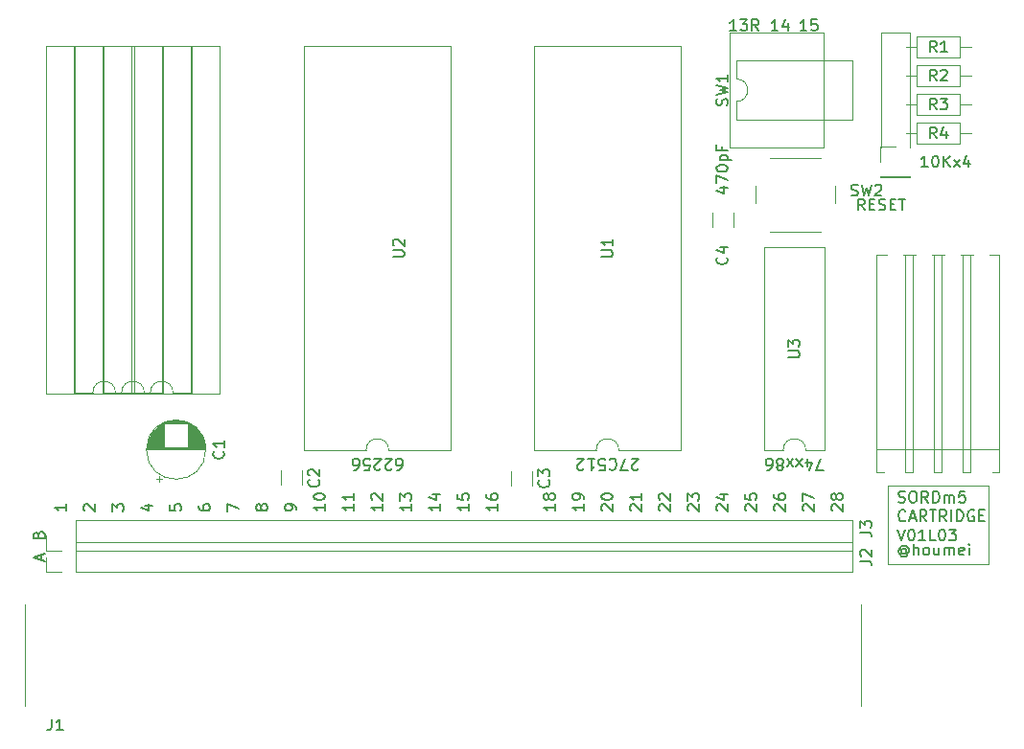
<source format=gto>
G04 #@! TF.GenerationSoftware,KiCad,Pcbnew,(5.1.8)-1*
G04 #@! TF.CreationDate,2022-06-16T21:47:05+09:00*
G04 #@! TF.ProjectId,SORDM5C,534f5244-4d35-4432-9e6b-696361645f70,rev?*
G04 #@! TF.SameCoordinates,PX48ab840PY791ddc0*
G04 #@! TF.FileFunction,Legend,Top*
G04 #@! TF.FilePolarity,Positive*
%FSLAX46Y46*%
G04 Gerber Fmt 4.6, Leading zero omitted, Abs format (unit mm)*
G04 Created by KiCad (PCBNEW (5.1.8)-1) date 2022-06-16 21:47:05*
%MOMM*%
%LPD*%
G01*
G04 APERTURE LIST*
%ADD10C,0.150000*%
%ADD11C,0.120000*%
G04 APERTURE END LIST*
D10*
X79827619Y32567620D02*
X79494285Y33043810D01*
X79256190Y32567620D02*
X79256190Y33567620D01*
X79637142Y33567620D01*
X79732380Y33520000D01*
X79780000Y33472381D01*
X79827619Y33377143D01*
X79827619Y33234286D01*
X79780000Y33139048D01*
X79732380Y33091429D01*
X79637142Y33043810D01*
X79256190Y33043810D01*
X80256190Y33091429D02*
X80589523Y33091429D01*
X80732380Y32567620D02*
X80256190Y32567620D01*
X80256190Y33567620D01*
X80732380Y33567620D01*
X81113333Y32615239D02*
X81256190Y32567620D01*
X81494285Y32567620D01*
X81589523Y32615239D01*
X81637142Y32662858D01*
X81684761Y32758096D01*
X81684761Y32853334D01*
X81637142Y32948572D01*
X81589523Y32996191D01*
X81494285Y33043810D01*
X81303809Y33091429D01*
X81208571Y33139048D01*
X81160952Y33186667D01*
X81113333Y33281905D01*
X81113333Y33377143D01*
X81160952Y33472381D01*
X81208571Y33520000D01*
X81303809Y33567620D01*
X81541904Y33567620D01*
X81684761Y33520000D01*
X82113333Y33091429D02*
X82446666Y33091429D01*
X82589523Y32567620D02*
X82113333Y32567620D01*
X82113333Y33567620D01*
X82589523Y33567620D01*
X82875238Y33567620D02*
X83446666Y33567620D01*
X83160952Y32567620D02*
X83160952Y33567620D01*
X67095714Y34552143D02*
X67762380Y34552143D01*
X66714761Y34314048D02*
X67429047Y34075953D01*
X67429047Y34695000D01*
X66762380Y34980715D02*
X66762380Y35647381D01*
X67762380Y35218810D01*
X66762380Y36218810D02*
X66762380Y36314048D01*
X66810000Y36409286D01*
X66857619Y36456905D01*
X66952857Y36504524D01*
X67143333Y36552143D01*
X67381428Y36552143D01*
X67571904Y36504524D01*
X67667142Y36456905D01*
X67714761Y36409286D01*
X67762380Y36314048D01*
X67762380Y36218810D01*
X67714761Y36123572D01*
X67667142Y36075953D01*
X67571904Y36028334D01*
X67381428Y35980715D01*
X67143333Y35980715D01*
X66952857Y36028334D01*
X66857619Y36075953D01*
X66810000Y36123572D01*
X66762380Y36218810D01*
X67095714Y36980715D02*
X68095714Y36980715D01*
X67143333Y36980715D02*
X67095714Y37075953D01*
X67095714Y37266429D01*
X67143333Y37361667D01*
X67190952Y37409286D01*
X67286190Y37456905D01*
X67571904Y37456905D01*
X67667142Y37409286D01*
X67714761Y37361667D01*
X67762380Y37266429D01*
X67762380Y37075953D01*
X67714761Y36980715D01*
X67238571Y38218810D02*
X67238571Y37885477D01*
X67762380Y37885477D02*
X66762380Y37885477D01*
X66762380Y38361667D01*
D11*
X90805000Y8255000D02*
X81915000Y8255000D01*
X90805000Y1270000D02*
X90805000Y8255000D01*
X81915000Y1270000D02*
X90805000Y1270000D01*
X81915000Y8255000D02*
X81915000Y1270000D01*
D10*
X83504642Y2563810D02*
X83457023Y2611429D01*
X83361785Y2659048D01*
X83266547Y2659048D01*
X83171309Y2611429D01*
X83123690Y2563810D01*
X83076071Y2468572D01*
X83076071Y2373334D01*
X83123690Y2278096D01*
X83171309Y2230477D01*
X83266547Y2182858D01*
X83361785Y2182858D01*
X83457023Y2230477D01*
X83504642Y2278096D01*
X83504642Y2659048D02*
X83504642Y2278096D01*
X83552261Y2230477D01*
X83599880Y2230477D01*
X83695119Y2278096D01*
X83742738Y2373334D01*
X83742738Y2611429D01*
X83647500Y2754286D01*
X83504642Y2849524D01*
X83314166Y2897143D01*
X83123690Y2849524D01*
X82980833Y2754286D01*
X82885595Y2611429D01*
X82837976Y2420953D01*
X82885595Y2230477D01*
X82980833Y2087620D01*
X83123690Y1992381D01*
X83314166Y1944762D01*
X83504642Y1992381D01*
X83647500Y2087620D01*
X84171309Y2087620D02*
X84171309Y3087620D01*
X84599880Y2087620D02*
X84599880Y2611429D01*
X84552261Y2706667D01*
X84457023Y2754286D01*
X84314166Y2754286D01*
X84218928Y2706667D01*
X84171309Y2659048D01*
X85218928Y2087620D02*
X85123690Y2135239D01*
X85076071Y2182858D01*
X85028452Y2278096D01*
X85028452Y2563810D01*
X85076071Y2659048D01*
X85123690Y2706667D01*
X85218928Y2754286D01*
X85361785Y2754286D01*
X85457023Y2706667D01*
X85504642Y2659048D01*
X85552261Y2563810D01*
X85552261Y2278096D01*
X85504642Y2182858D01*
X85457023Y2135239D01*
X85361785Y2087620D01*
X85218928Y2087620D01*
X86409404Y2754286D02*
X86409404Y2087620D01*
X85980833Y2754286D02*
X85980833Y2230477D01*
X86028452Y2135239D01*
X86123690Y2087620D01*
X86266547Y2087620D01*
X86361785Y2135239D01*
X86409404Y2182858D01*
X86885595Y2087620D02*
X86885595Y2754286D01*
X86885595Y2659048D02*
X86933214Y2706667D01*
X87028452Y2754286D01*
X87171309Y2754286D01*
X87266547Y2706667D01*
X87314166Y2611429D01*
X87314166Y2087620D01*
X87314166Y2611429D02*
X87361785Y2706667D01*
X87457023Y2754286D01*
X87599880Y2754286D01*
X87695119Y2706667D01*
X87742738Y2611429D01*
X87742738Y2087620D01*
X88599880Y2135239D02*
X88504642Y2087620D01*
X88314166Y2087620D01*
X88218928Y2135239D01*
X88171309Y2230477D01*
X88171309Y2611429D01*
X88218928Y2706667D01*
X88314166Y2754286D01*
X88504642Y2754286D01*
X88599880Y2706667D01*
X88647500Y2611429D01*
X88647500Y2516191D01*
X88171309Y2420953D01*
X89076071Y2087620D02*
X89076071Y2754286D01*
X89076071Y3087620D02*
X89028452Y3040000D01*
X89076071Y2992381D01*
X89123690Y3040000D01*
X89076071Y3087620D01*
X89076071Y2992381D01*
X82742738Y4357620D02*
X83076071Y3357620D01*
X83409404Y4357620D01*
X83933214Y4357620D02*
X84028452Y4357620D01*
X84123690Y4310000D01*
X84171309Y4262381D01*
X84218928Y4167143D01*
X84266547Y3976667D01*
X84266547Y3738572D01*
X84218928Y3548096D01*
X84171309Y3452858D01*
X84123690Y3405239D01*
X84028452Y3357620D01*
X83933214Y3357620D01*
X83837976Y3405239D01*
X83790357Y3452858D01*
X83742738Y3548096D01*
X83695119Y3738572D01*
X83695119Y3976667D01*
X83742738Y4167143D01*
X83790357Y4262381D01*
X83837976Y4310000D01*
X83933214Y4357620D01*
X85218928Y3357620D02*
X84647500Y3357620D01*
X84933214Y3357620D02*
X84933214Y4357620D01*
X84837976Y4214762D01*
X84742738Y4119524D01*
X84647500Y4071905D01*
X86123690Y3357620D02*
X85647500Y3357620D01*
X85647500Y4357620D01*
X86647500Y4357620D02*
X86742738Y4357620D01*
X86837976Y4310000D01*
X86885595Y4262381D01*
X86933214Y4167143D01*
X86980833Y3976667D01*
X86980833Y3738572D01*
X86933214Y3548096D01*
X86885595Y3452858D01*
X86837976Y3405239D01*
X86742738Y3357620D01*
X86647500Y3357620D01*
X86552261Y3405239D01*
X86504642Y3452858D01*
X86457023Y3548096D01*
X86409404Y3738572D01*
X86409404Y3976667D01*
X86457023Y4167143D01*
X86504642Y4262381D01*
X86552261Y4310000D01*
X86647500Y4357620D01*
X87314166Y4357620D02*
X87933214Y4357620D01*
X87599880Y3976667D01*
X87742738Y3976667D01*
X87837976Y3929048D01*
X87885595Y3881429D01*
X87933214Y3786191D01*
X87933214Y3548096D01*
X87885595Y3452858D01*
X87837976Y3405239D01*
X87742738Y3357620D01*
X87457023Y3357620D01*
X87361785Y3405239D01*
X87314166Y3452858D01*
X82837976Y6770239D02*
X82980833Y6722620D01*
X83218928Y6722620D01*
X83314166Y6770239D01*
X83361785Y6817858D01*
X83409404Y6913096D01*
X83409404Y7008334D01*
X83361785Y7103572D01*
X83314166Y7151191D01*
X83218928Y7198810D01*
X83028452Y7246429D01*
X82933214Y7294048D01*
X82885595Y7341667D01*
X82837976Y7436905D01*
X82837976Y7532143D01*
X82885595Y7627381D01*
X82933214Y7675000D01*
X83028452Y7722620D01*
X83266547Y7722620D01*
X83409404Y7675000D01*
X84028452Y7722620D02*
X84218928Y7722620D01*
X84314166Y7675000D01*
X84409404Y7579762D01*
X84457023Y7389286D01*
X84457023Y7055953D01*
X84409404Y6865477D01*
X84314166Y6770239D01*
X84218928Y6722620D01*
X84028452Y6722620D01*
X83933214Y6770239D01*
X83837976Y6865477D01*
X83790357Y7055953D01*
X83790357Y7389286D01*
X83837976Y7579762D01*
X83933214Y7675000D01*
X84028452Y7722620D01*
X85457023Y6722620D02*
X85123690Y7198810D01*
X84885595Y6722620D02*
X84885595Y7722620D01*
X85266547Y7722620D01*
X85361785Y7675000D01*
X85409404Y7627381D01*
X85457023Y7532143D01*
X85457023Y7389286D01*
X85409404Y7294048D01*
X85361785Y7246429D01*
X85266547Y7198810D01*
X84885595Y7198810D01*
X85885595Y6722620D02*
X85885595Y7722620D01*
X86123690Y7722620D01*
X86266547Y7675000D01*
X86361785Y7579762D01*
X86409404Y7484524D01*
X86457023Y7294048D01*
X86457023Y7151191D01*
X86409404Y6960715D01*
X86361785Y6865477D01*
X86266547Y6770239D01*
X86123690Y6722620D01*
X85885595Y6722620D01*
X86885595Y6722620D02*
X86885595Y7389286D01*
X86885595Y7294048D02*
X86933214Y7341667D01*
X87028452Y7389286D01*
X87171309Y7389286D01*
X87266547Y7341667D01*
X87314166Y7246429D01*
X87314166Y6722620D01*
X87314166Y7246429D02*
X87361785Y7341667D01*
X87457023Y7389286D01*
X87599880Y7389286D01*
X87695119Y7341667D01*
X87742738Y7246429D01*
X87742738Y6722620D01*
X88695119Y7722620D02*
X88218928Y7722620D01*
X88171309Y7246429D01*
X88218928Y7294048D01*
X88314166Y7341667D01*
X88552261Y7341667D01*
X88647500Y7294048D01*
X88695119Y7246429D01*
X88742738Y7151191D01*
X88742738Y6913096D01*
X88695119Y6817858D01*
X88647500Y6770239D01*
X88552261Y6722620D01*
X88314166Y6722620D01*
X88218928Y6770239D01*
X88171309Y6817858D01*
X83457023Y5167858D02*
X83409404Y5120239D01*
X83266547Y5072620D01*
X83171309Y5072620D01*
X83028452Y5120239D01*
X82933214Y5215477D01*
X82885595Y5310715D01*
X82837976Y5501191D01*
X82837976Y5644048D01*
X82885595Y5834524D01*
X82933214Y5929762D01*
X83028452Y6025000D01*
X83171309Y6072620D01*
X83266547Y6072620D01*
X83409404Y6025000D01*
X83457023Y5977381D01*
X83837976Y5358334D02*
X84314166Y5358334D01*
X83742738Y5072620D02*
X84076071Y6072620D01*
X84409404Y5072620D01*
X85314166Y5072620D02*
X84980833Y5548810D01*
X84742738Y5072620D02*
X84742738Y6072620D01*
X85123690Y6072620D01*
X85218928Y6025000D01*
X85266547Y5977381D01*
X85314166Y5882143D01*
X85314166Y5739286D01*
X85266547Y5644048D01*
X85218928Y5596429D01*
X85123690Y5548810D01*
X84742738Y5548810D01*
X85599880Y6072620D02*
X86171309Y6072620D01*
X85885595Y5072620D02*
X85885595Y6072620D01*
X87076071Y5072620D02*
X86742738Y5548810D01*
X86504642Y5072620D02*
X86504642Y6072620D01*
X86885595Y6072620D01*
X86980833Y6025000D01*
X87028452Y5977381D01*
X87076071Y5882143D01*
X87076071Y5739286D01*
X87028452Y5644048D01*
X86980833Y5596429D01*
X86885595Y5548810D01*
X86504642Y5548810D01*
X87504642Y5072620D02*
X87504642Y6072620D01*
X87980833Y5072620D02*
X87980833Y6072620D01*
X88218928Y6072620D01*
X88361785Y6025000D01*
X88457023Y5929762D01*
X88504642Y5834524D01*
X88552261Y5644048D01*
X88552261Y5501191D01*
X88504642Y5310715D01*
X88457023Y5215477D01*
X88361785Y5120239D01*
X88218928Y5072620D01*
X87980833Y5072620D01*
X89504642Y6025000D02*
X89409404Y6072620D01*
X89266547Y6072620D01*
X89123690Y6025000D01*
X89028452Y5929762D01*
X88980833Y5834524D01*
X88933214Y5644048D01*
X88933214Y5501191D01*
X88980833Y5310715D01*
X89028452Y5215477D01*
X89123690Y5120239D01*
X89266547Y5072620D01*
X89361785Y5072620D01*
X89504642Y5120239D01*
X89552261Y5167858D01*
X89552261Y5501191D01*
X89361785Y5501191D01*
X89980833Y5596429D02*
X90314166Y5596429D01*
X90457023Y5072620D02*
X89980833Y5072620D01*
X89980833Y6072620D01*
X90457023Y6072620D01*
X77017619Y6002977D02*
X76970000Y6050596D01*
X76922380Y6145834D01*
X76922380Y6383929D01*
X76970000Y6479167D01*
X77017619Y6526786D01*
X77112857Y6574405D01*
X77208095Y6574405D01*
X77350952Y6526786D01*
X77922380Y5955358D01*
X77922380Y6574405D01*
X77350952Y7145834D02*
X77303333Y7050596D01*
X77255714Y7002977D01*
X77160476Y6955358D01*
X77112857Y6955358D01*
X77017619Y7002977D01*
X76970000Y7050596D01*
X76922380Y7145834D01*
X76922380Y7336310D01*
X76970000Y7431548D01*
X77017619Y7479167D01*
X77112857Y7526786D01*
X77160476Y7526786D01*
X77255714Y7479167D01*
X77303333Y7431548D01*
X77350952Y7336310D01*
X77350952Y7145834D01*
X77398571Y7050596D01*
X77446190Y7002977D01*
X77541428Y6955358D01*
X77731904Y6955358D01*
X77827142Y7002977D01*
X77874761Y7050596D01*
X77922380Y7145834D01*
X77922380Y7336310D01*
X77874761Y7431548D01*
X77827142Y7479167D01*
X77731904Y7526786D01*
X77541428Y7526786D01*
X77446190Y7479167D01*
X77398571Y7431548D01*
X77350952Y7336310D01*
X74477619Y6002977D02*
X74430000Y6050596D01*
X74382380Y6145834D01*
X74382380Y6383929D01*
X74430000Y6479167D01*
X74477619Y6526786D01*
X74572857Y6574405D01*
X74668095Y6574405D01*
X74810952Y6526786D01*
X75382380Y5955358D01*
X75382380Y6574405D01*
X74382380Y6907739D02*
X74382380Y7574405D01*
X75382380Y7145834D01*
X71937619Y6002977D02*
X71890000Y6050596D01*
X71842380Y6145834D01*
X71842380Y6383929D01*
X71890000Y6479167D01*
X71937619Y6526786D01*
X72032857Y6574405D01*
X72128095Y6574405D01*
X72270952Y6526786D01*
X72842380Y5955358D01*
X72842380Y6574405D01*
X71842380Y7431548D02*
X71842380Y7241072D01*
X71890000Y7145834D01*
X71937619Y7098215D01*
X72080476Y7002977D01*
X72270952Y6955358D01*
X72651904Y6955358D01*
X72747142Y7002977D01*
X72794761Y7050596D01*
X72842380Y7145834D01*
X72842380Y7336310D01*
X72794761Y7431548D01*
X72747142Y7479167D01*
X72651904Y7526786D01*
X72413809Y7526786D01*
X72318571Y7479167D01*
X72270952Y7431548D01*
X72223333Y7336310D01*
X72223333Y7145834D01*
X72270952Y7050596D01*
X72318571Y7002977D01*
X72413809Y6955358D01*
X69397619Y6002977D02*
X69350000Y6050596D01*
X69302380Y6145834D01*
X69302380Y6383929D01*
X69350000Y6479167D01*
X69397619Y6526786D01*
X69492857Y6574405D01*
X69588095Y6574405D01*
X69730952Y6526786D01*
X70302380Y5955358D01*
X70302380Y6574405D01*
X69302380Y7479167D02*
X69302380Y7002977D01*
X69778571Y6955358D01*
X69730952Y7002977D01*
X69683333Y7098215D01*
X69683333Y7336310D01*
X69730952Y7431548D01*
X69778571Y7479167D01*
X69873809Y7526786D01*
X70111904Y7526786D01*
X70207142Y7479167D01*
X70254761Y7431548D01*
X70302380Y7336310D01*
X70302380Y7098215D01*
X70254761Y7002977D01*
X70207142Y6955358D01*
X66857619Y6002977D02*
X66810000Y6050596D01*
X66762380Y6145834D01*
X66762380Y6383929D01*
X66810000Y6479167D01*
X66857619Y6526786D01*
X66952857Y6574405D01*
X67048095Y6574405D01*
X67190952Y6526786D01*
X67762380Y5955358D01*
X67762380Y6574405D01*
X67095714Y7431548D02*
X67762380Y7431548D01*
X66714761Y7193453D02*
X67429047Y6955358D01*
X67429047Y7574405D01*
X64317619Y6002977D02*
X64270000Y6050596D01*
X64222380Y6145834D01*
X64222380Y6383929D01*
X64270000Y6479167D01*
X64317619Y6526786D01*
X64412857Y6574405D01*
X64508095Y6574405D01*
X64650952Y6526786D01*
X65222380Y5955358D01*
X65222380Y6574405D01*
X64222380Y6907739D02*
X64222380Y7526786D01*
X64603333Y7193453D01*
X64603333Y7336310D01*
X64650952Y7431548D01*
X64698571Y7479167D01*
X64793809Y7526786D01*
X65031904Y7526786D01*
X65127142Y7479167D01*
X65174761Y7431548D01*
X65222380Y7336310D01*
X65222380Y7050596D01*
X65174761Y6955358D01*
X65127142Y6907739D01*
X61777619Y6002977D02*
X61730000Y6050596D01*
X61682380Y6145834D01*
X61682380Y6383929D01*
X61730000Y6479167D01*
X61777619Y6526786D01*
X61872857Y6574405D01*
X61968095Y6574405D01*
X62110952Y6526786D01*
X62682380Y5955358D01*
X62682380Y6574405D01*
X61777619Y6955358D02*
X61730000Y7002977D01*
X61682380Y7098215D01*
X61682380Y7336310D01*
X61730000Y7431548D01*
X61777619Y7479167D01*
X61872857Y7526786D01*
X61968095Y7526786D01*
X62110952Y7479167D01*
X62682380Y6907739D01*
X62682380Y7526786D01*
X59237619Y6002977D02*
X59190000Y6050596D01*
X59142380Y6145834D01*
X59142380Y6383929D01*
X59190000Y6479167D01*
X59237619Y6526786D01*
X59332857Y6574405D01*
X59428095Y6574405D01*
X59570952Y6526786D01*
X60142380Y5955358D01*
X60142380Y6574405D01*
X60142380Y7526786D02*
X60142380Y6955358D01*
X60142380Y7241072D02*
X59142380Y7241072D01*
X59285238Y7145834D01*
X59380476Y7050596D01*
X59428095Y6955358D01*
X56697619Y6002977D02*
X56650000Y6050596D01*
X56602380Y6145834D01*
X56602380Y6383929D01*
X56650000Y6479167D01*
X56697619Y6526786D01*
X56792857Y6574405D01*
X56888095Y6574405D01*
X57030952Y6526786D01*
X57602380Y5955358D01*
X57602380Y6574405D01*
X56602380Y7193453D02*
X56602380Y7288691D01*
X56650000Y7383929D01*
X56697619Y7431548D01*
X56792857Y7479167D01*
X56983333Y7526786D01*
X57221428Y7526786D01*
X57411904Y7479167D01*
X57507142Y7431548D01*
X57554761Y7383929D01*
X57602380Y7288691D01*
X57602380Y7193453D01*
X57554761Y7098215D01*
X57507142Y7050596D01*
X57411904Y7002977D01*
X57221428Y6955358D01*
X56983333Y6955358D01*
X56792857Y7002977D01*
X56697619Y7050596D01*
X56650000Y7098215D01*
X56602380Y7193453D01*
X55062380Y6574405D02*
X55062380Y6002977D01*
X55062380Y6288691D02*
X54062380Y6288691D01*
X54205238Y6193453D01*
X54300476Y6098215D01*
X54348095Y6002977D01*
X55062380Y7050596D02*
X55062380Y7241072D01*
X55014761Y7336310D01*
X54967142Y7383929D01*
X54824285Y7479167D01*
X54633809Y7526786D01*
X54252857Y7526786D01*
X54157619Y7479167D01*
X54110000Y7431548D01*
X54062380Y7336310D01*
X54062380Y7145834D01*
X54110000Y7050596D01*
X54157619Y7002977D01*
X54252857Y6955358D01*
X54490952Y6955358D01*
X54586190Y7002977D01*
X54633809Y7050596D01*
X54681428Y7145834D01*
X54681428Y7336310D01*
X54633809Y7431548D01*
X54586190Y7479167D01*
X54490952Y7526786D01*
X52522380Y6574405D02*
X52522380Y6002977D01*
X52522380Y6288691D02*
X51522380Y6288691D01*
X51665238Y6193453D01*
X51760476Y6098215D01*
X51808095Y6002977D01*
X51950952Y7145834D02*
X51903333Y7050596D01*
X51855714Y7002977D01*
X51760476Y6955358D01*
X51712857Y6955358D01*
X51617619Y7002977D01*
X51570000Y7050596D01*
X51522380Y7145834D01*
X51522380Y7336310D01*
X51570000Y7431548D01*
X51617619Y7479167D01*
X51712857Y7526786D01*
X51760476Y7526786D01*
X51855714Y7479167D01*
X51903333Y7431548D01*
X51950952Y7336310D01*
X51950952Y7145834D01*
X51998571Y7050596D01*
X52046190Y7002977D01*
X52141428Y6955358D01*
X52331904Y6955358D01*
X52427142Y7002977D01*
X52474761Y7050596D01*
X52522380Y7145834D01*
X52522380Y7336310D01*
X52474761Y7431548D01*
X52427142Y7479167D01*
X52331904Y7526786D01*
X52141428Y7526786D01*
X52046190Y7479167D01*
X51998571Y7431548D01*
X51950952Y7336310D01*
X47442380Y6574405D02*
X47442380Y6002977D01*
X47442380Y6288691D02*
X46442380Y6288691D01*
X46585238Y6193453D01*
X46680476Y6098215D01*
X46728095Y6002977D01*
X46442380Y7431548D02*
X46442380Y7241072D01*
X46490000Y7145834D01*
X46537619Y7098215D01*
X46680476Y7002977D01*
X46870952Y6955358D01*
X47251904Y6955358D01*
X47347142Y7002977D01*
X47394761Y7050596D01*
X47442380Y7145834D01*
X47442380Y7336310D01*
X47394761Y7431548D01*
X47347142Y7479167D01*
X47251904Y7526786D01*
X47013809Y7526786D01*
X46918571Y7479167D01*
X46870952Y7431548D01*
X46823333Y7336310D01*
X46823333Y7145834D01*
X46870952Y7050596D01*
X46918571Y7002977D01*
X47013809Y6955358D01*
X44902380Y6574405D02*
X44902380Y6002977D01*
X44902380Y6288691D02*
X43902380Y6288691D01*
X44045238Y6193453D01*
X44140476Y6098215D01*
X44188095Y6002977D01*
X43902380Y7479167D02*
X43902380Y7002977D01*
X44378571Y6955358D01*
X44330952Y7002977D01*
X44283333Y7098215D01*
X44283333Y7336310D01*
X44330952Y7431548D01*
X44378571Y7479167D01*
X44473809Y7526786D01*
X44711904Y7526786D01*
X44807142Y7479167D01*
X44854761Y7431548D01*
X44902380Y7336310D01*
X44902380Y7098215D01*
X44854761Y7002977D01*
X44807142Y6955358D01*
X42362380Y6574405D02*
X42362380Y6002977D01*
X42362380Y6288691D02*
X41362380Y6288691D01*
X41505238Y6193453D01*
X41600476Y6098215D01*
X41648095Y6002977D01*
X41695714Y7431548D02*
X42362380Y7431548D01*
X41314761Y7193453D02*
X42029047Y6955358D01*
X42029047Y7574405D01*
X39822380Y6574405D02*
X39822380Y6002977D01*
X39822380Y6288691D02*
X38822380Y6288691D01*
X38965238Y6193453D01*
X39060476Y6098215D01*
X39108095Y6002977D01*
X38822380Y6907739D02*
X38822380Y7526786D01*
X39203333Y7193453D01*
X39203333Y7336310D01*
X39250952Y7431548D01*
X39298571Y7479167D01*
X39393809Y7526786D01*
X39631904Y7526786D01*
X39727142Y7479167D01*
X39774761Y7431548D01*
X39822380Y7336310D01*
X39822380Y7050596D01*
X39774761Y6955358D01*
X39727142Y6907739D01*
X37282380Y6574405D02*
X37282380Y6002977D01*
X37282380Y6288691D02*
X36282380Y6288691D01*
X36425238Y6193453D01*
X36520476Y6098215D01*
X36568095Y6002977D01*
X36377619Y6955358D02*
X36330000Y7002977D01*
X36282380Y7098215D01*
X36282380Y7336310D01*
X36330000Y7431548D01*
X36377619Y7479167D01*
X36472857Y7526786D01*
X36568095Y7526786D01*
X36710952Y7479167D01*
X37282380Y6907739D01*
X37282380Y7526786D01*
X34742380Y6574405D02*
X34742380Y6002977D01*
X34742380Y6288691D02*
X33742380Y6288691D01*
X33885238Y6193453D01*
X33980476Y6098215D01*
X34028095Y6002977D01*
X34742380Y7526786D02*
X34742380Y6955358D01*
X34742380Y7241072D02*
X33742380Y7241072D01*
X33885238Y7145834D01*
X33980476Y7050596D01*
X34028095Y6955358D01*
X32202380Y6574405D02*
X32202380Y6002977D01*
X32202380Y6288691D02*
X31202380Y6288691D01*
X31345238Y6193453D01*
X31440476Y6098215D01*
X31488095Y6002977D01*
X31202380Y7193453D02*
X31202380Y7288691D01*
X31250000Y7383929D01*
X31297619Y7431548D01*
X31392857Y7479167D01*
X31583333Y7526786D01*
X31821428Y7526786D01*
X32011904Y7479167D01*
X32107142Y7431548D01*
X32154761Y7383929D01*
X32202380Y7288691D01*
X32202380Y7193453D01*
X32154761Y7098215D01*
X32107142Y7050596D01*
X32011904Y7002977D01*
X31821428Y6955358D01*
X31583333Y6955358D01*
X31392857Y7002977D01*
X31297619Y7050596D01*
X31250000Y7098215D01*
X31202380Y7193453D01*
X29662380Y6098215D02*
X29662380Y6288691D01*
X29614761Y6383929D01*
X29567142Y6431548D01*
X29424285Y6526786D01*
X29233809Y6574405D01*
X28852857Y6574405D01*
X28757619Y6526786D01*
X28710000Y6479167D01*
X28662380Y6383929D01*
X28662380Y6193453D01*
X28710000Y6098215D01*
X28757619Y6050596D01*
X28852857Y6002977D01*
X29090952Y6002977D01*
X29186190Y6050596D01*
X29233809Y6098215D01*
X29281428Y6193453D01*
X29281428Y6383929D01*
X29233809Y6479167D01*
X29186190Y6526786D01*
X29090952Y6574405D01*
X26550952Y6193453D02*
X26503333Y6098215D01*
X26455714Y6050596D01*
X26360476Y6002977D01*
X26312857Y6002977D01*
X26217619Y6050596D01*
X26170000Y6098215D01*
X26122380Y6193453D01*
X26122380Y6383929D01*
X26170000Y6479167D01*
X26217619Y6526786D01*
X26312857Y6574405D01*
X26360476Y6574405D01*
X26455714Y6526786D01*
X26503333Y6479167D01*
X26550952Y6383929D01*
X26550952Y6193453D01*
X26598571Y6098215D01*
X26646190Y6050596D01*
X26741428Y6002977D01*
X26931904Y6002977D01*
X27027142Y6050596D01*
X27074761Y6098215D01*
X27122380Y6193453D01*
X27122380Y6383929D01*
X27074761Y6479167D01*
X27027142Y6526786D01*
X26931904Y6574405D01*
X26741428Y6574405D01*
X26646190Y6526786D01*
X26598571Y6479167D01*
X26550952Y6383929D01*
X23582380Y5955358D02*
X23582380Y6622024D01*
X24582380Y6193453D01*
X21042380Y6479167D02*
X21042380Y6288691D01*
X21090000Y6193453D01*
X21137619Y6145834D01*
X21280476Y6050596D01*
X21470952Y6002977D01*
X21851904Y6002977D01*
X21947142Y6050596D01*
X21994761Y6098215D01*
X22042380Y6193453D01*
X22042380Y6383929D01*
X21994761Y6479167D01*
X21947142Y6526786D01*
X21851904Y6574405D01*
X21613809Y6574405D01*
X21518571Y6526786D01*
X21470952Y6479167D01*
X21423333Y6383929D01*
X21423333Y6193453D01*
X21470952Y6098215D01*
X21518571Y6050596D01*
X21613809Y6002977D01*
X18502380Y6526786D02*
X18502380Y6050596D01*
X18978571Y6002977D01*
X18930952Y6050596D01*
X18883333Y6145834D01*
X18883333Y6383929D01*
X18930952Y6479167D01*
X18978571Y6526786D01*
X19073809Y6574405D01*
X19311904Y6574405D01*
X19407142Y6526786D01*
X19454761Y6479167D01*
X19502380Y6383929D01*
X19502380Y6145834D01*
X19454761Y6050596D01*
X19407142Y6002977D01*
X16295714Y6479167D02*
X16962380Y6479167D01*
X15914761Y6241072D02*
X16629047Y6002977D01*
X16629047Y6622024D01*
X13422380Y5955358D02*
X13422380Y6574405D01*
X13803333Y6241072D01*
X13803333Y6383929D01*
X13850952Y6479167D01*
X13898571Y6526786D01*
X13993809Y6574405D01*
X14231904Y6574405D01*
X14327142Y6526786D01*
X14374761Y6479167D01*
X14422380Y6383929D01*
X14422380Y6098215D01*
X14374761Y6002977D01*
X14327142Y5955358D01*
X10977619Y6002977D02*
X10930000Y6050596D01*
X10882380Y6145834D01*
X10882380Y6383929D01*
X10930000Y6479167D01*
X10977619Y6526786D01*
X11072857Y6574405D01*
X11168095Y6574405D01*
X11310952Y6526786D01*
X11882380Y5955358D01*
X11882380Y6574405D01*
X9342380Y6574405D02*
X9342380Y6002977D01*
X9342380Y6288691D02*
X8342380Y6288691D01*
X8485238Y6193453D01*
X8580476Y6098215D01*
X8628095Y6002977D01*
X6913571Y3881429D02*
X6961190Y4024286D01*
X7008809Y4071905D01*
X7104047Y4119524D01*
X7246904Y4119524D01*
X7342142Y4071905D01*
X7389761Y4024286D01*
X7437380Y3929048D01*
X7437380Y3548096D01*
X6437380Y3548096D01*
X6437380Y3881429D01*
X6485000Y3976667D01*
X6532619Y4024286D01*
X6627857Y4071905D01*
X6723095Y4071905D01*
X6818333Y4024286D01*
X6865952Y3976667D01*
X6913571Y3881429D01*
X6913571Y3548096D01*
X7151666Y1666905D02*
X7151666Y2143096D01*
X7437380Y1571667D02*
X6437380Y1905000D01*
X7437380Y2238334D01*
X85423571Y36377620D02*
X84852142Y36377620D01*
X85137857Y36377620D02*
X85137857Y37377620D01*
X85042619Y37234762D01*
X84947380Y37139524D01*
X84852142Y37091905D01*
X86042619Y37377620D02*
X86137857Y37377620D01*
X86233095Y37330000D01*
X86280714Y37282381D01*
X86328333Y37187143D01*
X86375952Y36996667D01*
X86375952Y36758572D01*
X86328333Y36568096D01*
X86280714Y36472858D01*
X86233095Y36425239D01*
X86137857Y36377620D01*
X86042619Y36377620D01*
X85947380Y36425239D01*
X85899761Y36472858D01*
X85852142Y36568096D01*
X85804523Y36758572D01*
X85804523Y36996667D01*
X85852142Y37187143D01*
X85899761Y37282381D01*
X85947380Y37330000D01*
X86042619Y37377620D01*
X86804523Y36377620D02*
X86804523Y37377620D01*
X87375952Y36377620D02*
X86947380Y36949048D01*
X87375952Y37377620D02*
X86804523Y36806191D01*
X87709285Y36377620D02*
X88233095Y37044286D01*
X87709285Y37044286D02*
X88233095Y36377620D01*
X89042619Y37044286D02*
X89042619Y36377620D01*
X88804523Y37425239D02*
X88566428Y36710953D01*
X89185476Y36710953D01*
X38544285Y9612381D02*
X38734761Y9612381D01*
X38830000Y9660000D01*
X38877619Y9707620D01*
X38972857Y9850477D01*
X39020476Y10040953D01*
X39020476Y10421905D01*
X38972857Y10517143D01*
X38925238Y10564762D01*
X38830000Y10612381D01*
X38639523Y10612381D01*
X38544285Y10564762D01*
X38496666Y10517143D01*
X38449047Y10421905D01*
X38449047Y10183810D01*
X38496666Y10088572D01*
X38544285Y10040953D01*
X38639523Y9993334D01*
X38830000Y9993334D01*
X38925238Y10040953D01*
X38972857Y10088572D01*
X39020476Y10183810D01*
X38068095Y9707620D02*
X38020476Y9660000D01*
X37925238Y9612381D01*
X37687142Y9612381D01*
X37591904Y9660000D01*
X37544285Y9707620D01*
X37496666Y9802858D01*
X37496666Y9898096D01*
X37544285Y10040953D01*
X38115714Y10612381D01*
X37496666Y10612381D01*
X37115714Y9707620D02*
X37068095Y9660000D01*
X36972857Y9612381D01*
X36734761Y9612381D01*
X36639523Y9660000D01*
X36591904Y9707620D01*
X36544285Y9802858D01*
X36544285Y9898096D01*
X36591904Y10040953D01*
X37163333Y10612381D01*
X36544285Y10612381D01*
X35639523Y9612381D02*
X36115714Y9612381D01*
X36163333Y10088572D01*
X36115714Y10040953D01*
X36020476Y9993334D01*
X35782380Y9993334D01*
X35687142Y10040953D01*
X35639523Y10088572D01*
X35591904Y10183810D01*
X35591904Y10421905D01*
X35639523Y10517143D01*
X35687142Y10564762D01*
X35782380Y10612381D01*
X36020476Y10612381D01*
X36115714Y10564762D01*
X36163333Y10517143D01*
X34734761Y9612381D02*
X34925238Y9612381D01*
X35020476Y9660000D01*
X35068095Y9707620D01*
X35163333Y9850477D01*
X35210952Y10040953D01*
X35210952Y10421905D01*
X35163333Y10517143D01*
X35115714Y10564762D01*
X35020476Y10612381D01*
X34830000Y10612381D01*
X34734761Y10564762D01*
X34687142Y10517143D01*
X34639523Y10421905D01*
X34639523Y10183810D01*
X34687142Y10088572D01*
X34734761Y10040953D01*
X34830000Y9993334D01*
X35020476Y9993334D01*
X35115714Y10040953D01*
X35163333Y10088572D01*
X35210952Y10183810D01*
X59840476Y9707620D02*
X59792857Y9660000D01*
X59697619Y9612381D01*
X59459523Y9612381D01*
X59364285Y9660000D01*
X59316666Y9707620D01*
X59269047Y9802858D01*
X59269047Y9898096D01*
X59316666Y10040953D01*
X59888095Y10612381D01*
X59269047Y10612381D01*
X58935714Y9612381D02*
X58269047Y9612381D01*
X58697619Y10612381D01*
X57316666Y10517143D02*
X57364285Y10564762D01*
X57507142Y10612381D01*
X57602380Y10612381D01*
X57745238Y10564762D01*
X57840476Y10469524D01*
X57888095Y10374286D01*
X57935714Y10183810D01*
X57935714Y10040953D01*
X57888095Y9850477D01*
X57840476Y9755239D01*
X57745238Y9660000D01*
X57602380Y9612381D01*
X57507142Y9612381D01*
X57364285Y9660000D01*
X57316666Y9707620D01*
X56411904Y9612381D02*
X56888095Y9612381D01*
X56935714Y10088572D01*
X56888095Y10040953D01*
X56792857Y9993334D01*
X56554761Y9993334D01*
X56459523Y10040953D01*
X56411904Y10088572D01*
X56364285Y10183810D01*
X56364285Y10421905D01*
X56411904Y10517143D01*
X56459523Y10564762D01*
X56554761Y10612381D01*
X56792857Y10612381D01*
X56888095Y10564762D01*
X56935714Y10517143D01*
X55411904Y10612381D02*
X55983333Y10612381D01*
X55697619Y10612381D02*
X55697619Y9612381D01*
X55792857Y9755239D01*
X55888095Y9850477D01*
X55983333Y9898096D01*
X55030952Y9707620D02*
X54983333Y9660000D01*
X54888095Y9612381D01*
X54650000Y9612381D01*
X54554761Y9660000D01*
X54507142Y9707620D01*
X54459523Y9802858D01*
X54459523Y9898096D01*
X54507142Y10040953D01*
X55078571Y10612381D01*
X54459523Y10612381D01*
X76231428Y9612381D02*
X75564761Y9612381D01*
X75993333Y10612381D01*
X74755238Y9945715D02*
X74755238Y10612381D01*
X74993333Y9564762D02*
X75231428Y10279048D01*
X74612380Y10279048D01*
X74326666Y10612381D02*
X73802857Y9945715D01*
X74326666Y9945715D02*
X73802857Y10612381D01*
X73517142Y10612381D02*
X72993333Y9945715D01*
X73517142Y9945715D02*
X72993333Y10612381D01*
X72469523Y10040953D02*
X72564761Y9993334D01*
X72612380Y9945715D01*
X72660000Y9850477D01*
X72660000Y9802858D01*
X72612380Y9707620D01*
X72564761Y9660000D01*
X72469523Y9612381D01*
X72279047Y9612381D01*
X72183809Y9660000D01*
X72136190Y9707620D01*
X72088571Y9802858D01*
X72088571Y9850477D01*
X72136190Y9945715D01*
X72183809Y9993334D01*
X72279047Y10040953D01*
X72469523Y10040953D01*
X72564761Y10088572D01*
X72612380Y10136191D01*
X72660000Y10231429D01*
X72660000Y10421905D01*
X72612380Y10517143D01*
X72564761Y10564762D01*
X72469523Y10612381D01*
X72279047Y10612381D01*
X72183809Y10564762D01*
X72136190Y10517143D01*
X72088571Y10421905D01*
X72088571Y10231429D01*
X72136190Y10136191D01*
X72183809Y10088572D01*
X72279047Y10040953D01*
X71231428Y9612381D02*
X71421904Y9612381D01*
X71517142Y9660000D01*
X71564761Y9707620D01*
X71660000Y9850477D01*
X71707619Y10040953D01*
X71707619Y10421905D01*
X71660000Y10517143D01*
X71612380Y10564762D01*
X71517142Y10612381D01*
X71326666Y10612381D01*
X71231428Y10564762D01*
X71183809Y10517143D01*
X71136190Y10421905D01*
X71136190Y10183810D01*
X71183809Y10088572D01*
X71231428Y10040953D01*
X71326666Y9993334D01*
X71517142Y9993334D01*
X71612380Y10040953D01*
X71660000Y10088572D01*
X71707619Y10183810D01*
D11*
X67945000Y48260000D02*
X76200000Y48260000D01*
X67945000Y38100000D02*
X67945000Y48260000D01*
X76200000Y38100000D02*
X67945000Y38100000D01*
X76200000Y48260000D02*
X76200000Y38100000D01*
D10*
X74739523Y48442620D02*
X74168095Y48442620D01*
X74453809Y48442620D02*
X74453809Y49442620D01*
X74358571Y49299762D01*
X74263333Y49204524D01*
X74168095Y49156905D01*
X75644285Y49442620D02*
X75168095Y49442620D01*
X75120476Y48966429D01*
X75168095Y49014048D01*
X75263333Y49061667D01*
X75501428Y49061667D01*
X75596666Y49014048D01*
X75644285Y48966429D01*
X75691904Y48871191D01*
X75691904Y48633096D01*
X75644285Y48537858D01*
X75596666Y48490239D01*
X75501428Y48442620D01*
X75263333Y48442620D01*
X75168095Y48490239D01*
X75120476Y48537858D01*
X72199523Y48442620D02*
X71628095Y48442620D01*
X71913809Y48442620D02*
X71913809Y49442620D01*
X71818571Y49299762D01*
X71723333Y49204524D01*
X71628095Y49156905D01*
X73056666Y49109286D02*
X73056666Y48442620D01*
X72818571Y49490239D02*
X72580476Y48775953D01*
X73199523Y48775953D01*
X68524523Y48442620D02*
X67953095Y48442620D01*
X68238809Y48442620D02*
X68238809Y49442620D01*
X68143571Y49299762D01*
X68048333Y49204524D01*
X67953095Y49156905D01*
X68857857Y49442620D02*
X69476904Y49442620D01*
X69143571Y49061667D01*
X69286428Y49061667D01*
X69381666Y49014048D01*
X69429285Y48966429D01*
X69476904Y48871191D01*
X69476904Y48633096D01*
X69429285Y48537858D01*
X69381666Y48490239D01*
X69286428Y48442620D01*
X69000714Y48442620D01*
X68905476Y48490239D01*
X68857857Y48537858D01*
X70476904Y48442620D02*
X70143571Y48918810D01*
X69905476Y48442620D02*
X69905476Y49442620D01*
X70286428Y49442620D01*
X70381666Y49395000D01*
X70429285Y49347381D01*
X70476904Y49252143D01*
X70476904Y49109286D01*
X70429285Y49014048D01*
X70381666Y48966429D01*
X70286428Y48918810D01*
X69905476Y48918810D01*
D11*
X83820000Y48260000D02*
X83820000Y38100000D01*
X81280000Y48260000D02*
X83820000Y48260000D01*
X81280000Y38100000D02*
X81280000Y48260000D01*
X71485000Y30695000D02*
X75985000Y30695000D01*
X70235000Y34695000D02*
X70235000Y33195000D01*
X75985000Y37195000D02*
X71485000Y37195000D01*
X77235000Y33195000D02*
X77235000Y34695000D01*
X88280000Y38450000D02*
X88280000Y40290000D01*
X88280000Y40290000D02*
X84440000Y40290000D01*
X84440000Y40290000D02*
X84440000Y38450000D01*
X84440000Y38450000D02*
X88280000Y38450000D01*
X89230000Y39370000D02*
X88280000Y39370000D01*
X83490000Y39370000D02*
X84440000Y39370000D01*
X88280000Y40990000D02*
X88280000Y42830000D01*
X88280000Y42830000D02*
X84440000Y42830000D01*
X84440000Y42830000D02*
X84440000Y40990000D01*
X84440000Y40990000D02*
X88280000Y40990000D01*
X89230000Y41910000D02*
X88280000Y41910000D01*
X83490000Y41910000D02*
X84440000Y41910000D01*
X88280000Y43530000D02*
X88280000Y45370000D01*
X88280000Y45370000D02*
X84440000Y45370000D01*
X84440000Y45370000D02*
X84440000Y43530000D01*
X84440000Y43530000D02*
X88280000Y43530000D01*
X89230000Y44450000D02*
X88280000Y44450000D01*
X83490000Y44450000D02*
X84440000Y44450000D01*
X88280000Y46070000D02*
X88280000Y47910000D01*
X88280000Y47910000D02*
X84440000Y47910000D01*
X84440000Y47910000D02*
X84440000Y46070000D01*
X84440000Y46070000D02*
X88280000Y46070000D01*
X89230000Y46990000D02*
X88280000Y46990000D01*
X83490000Y46990000D02*
X84440000Y46990000D01*
X68230000Y31101000D02*
X68230000Y32359000D01*
X66390000Y31101000D02*
X66390000Y32359000D01*
X13700000Y16450000D02*
X15350000Y16450000D01*
X15350000Y16450000D02*
X15350000Y47050000D01*
X15350000Y47050000D02*
X10050000Y47050000D01*
X10050000Y47050000D02*
X10050000Y16450000D01*
X10050000Y16450000D02*
X11700000Y16450000D01*
X17840000Y16390000D02*
X17840000Y47110000D01*
X17840000Y47110000D02*
X7560000Y47110000D01*
X7560000Y47110000D02*
X7560000Y16390000D01*
X7560000Y16390000D02*
X17840000Y16390000D01*
X11700000Y16450000D02*
G75*
G02*
X13700000Y16450000I1000000J0D01*
G01*
X10100000Y16390000D02*
X20380000Y16390000D01*
X10100000Y47110000D02*
X10100000Y16390000D01*
X20380000Y47110000D02*
X10100000Y47110000D01*
X20380000Y16390000D02*
X20380000Y47110000D01*
X12590000Y16450000D02*
X14240000Y16450000D01*
X12590000Y47050000D02*
X12590000Y16450000D01*
X17890000Y47050000D02*
X12590000Y47050000D01*
X17890000Y16450000D02*
X17890000Y47050000D01*
X16240000Y16450000D02*
X17890000Y16450000D01*
X14240000Y16450000D02*
G75*
G02*
X16240000Y16450000I1000000J0D01*
G01*
X18780000Y16450000D02*
X20430000Y16450000D01*
X20430000Y16450000D02*
X20430000Y47050000D01*
X20430000Y47050000D02*
X15130000Y47050000D01*
X15130000Y47050000D02*
X15130000Y16450000D01*
X15130000Y16450000D02*
X16780000Y16450000D01*
X22920000Y16390000D02*
X22920000Y47110000D01*
X22920000Y47110000D02*
X12640000Y47110000D01*
X12640000Y47110000D02*
X12640000Y16390000D01*
X12640000Y16390000D02*
X22920000Y16390000D01*
X16780000Y16450000D02*
G75*
G02*
X18780000Y16450000I1000000J0D01*
G01*
X91760000Y11430000D02*
X88520000Y11430000D01*
X91760000Y28670000D02*
X91760000Y9430000D01*
X91760000Y9430000D02*
X91170000Y9430000D01*
X91760000Y28670000D02*
X90870000Y28670000D01*
X88520000Y28670000D02*
X88520000Y9430000D01*
X88520000Y9430000D02*
X89170000Y9430000D01*
X88520000Y28670000D02*
X89470000Y28670000D01*
X85980000Y28670000D02*
X86930000Y28670000D01*
X85980000Y9430000D02*
X86630000Y9430000D01*
X85980000Y28670000D02*
X85980000Y9430000D01*
X89220000Y28670000D02*
X88330000Y28670000D01*
X89220000Y9430000D02*
X88630000Y9430000D01*
X89220000Y28670000D02*
X89220000Y9430000D01*
X89220000Y11430000D02*
X85980000Y11430000D01*
X83440000Y28670000D02*
X84390000Y28670000D01*
X83440000Y9430000D02*
X84090000Y9430000D01*
X83440000Y28670000D02*
X83440000Y9430000D01*
X86680000Y28670000D02*
X85790000Y28670000D01*
X86680000Y9430000D02*
X86090000Y9430000D01*
X86680000Y28670000D02*
X86680000Y9430000D01*
X86680000Y11430000D02*
X83440000Y11430000D01*
X84140000Y11430000D02*
X80900000Y11430000D01*
X84140000Y28670000D02*
X84140000Y9430000D01*
X84140000Y9430000D02*
X83550000Y9430000D01*
X84140000Y28670000D02*
X83250000Y28670000D01*
X80900000Y28670000D02*
X80900000Y9430000D01*
X80900000Y9430000D02*
X81550000Y9430000D01*
X80900000Y28670000D02*
X81850000Y28670000D01*
X81220000Y35500000D02*
X83880000Y35500000D01*
X81220000Y35560000D02*
X81220000Y35500000D01*
X83880000Y35560000D02*
X83880000Y35500000D01*
X81220000Y35560000D02*
X83880000Y35560000D01*
X81220000Y36830000D02*
X81220000Y38160000D01*
X81220000Y38160000D02*
X82550000Y38160000D01*
X78800000Y2480000D02*
X78800000Y5140000D01*
X10160000Y2480000D02*
X78800000Y2480000D01*
X10160000Y5140000D02*
X78800000Y5140000D01*
X10160000Y2480000D02*
X10160000Y5140000D01*
X8890000Y2480000D02*
X7560000Y2480000D01*
X7560000Y2480000D02*
X7560000Y3810000D01*
X78800000Y575000D02*
X78800000Y3235000D01*
X10160000Y575000D02*
X78800000Y575000D01*
X10160000Y3235000D02*
X78800000Y3235000D01*
X10160000Y575000D02*
X10160000Y3235000D01*
X8890000Y575000D02*
X7560000Y575000D01*
X7560000Y575000D02*
X7560000Y1905000D01*
X68520000Y42180000D02*
X68520000Y40530000D01*
X68520000Y40530000D02*
X78800000Y40530000D01*
X78800000Y40530000D02*
X78800000Y45830000D01*
X78800000Y45830000D02*
X68520000Y45830000D01*
X68520000Y45830000D02*
X68520000Y44180000D01*
X68520000Y44180000D02*
G75*
G02*
X68520000Y42180000I0J-1000000D01*
G01*
X74660000Y11370000D02*
X76310000Y11370000D01*
X76310000Y11370000D02*
X76310000Y29270000D01*
X76310000Y29270000D02*
X71010000Y29270000D01*
X71010000Y29270000D02*
X71010000Y11370000D01*
X71010000Y11370000D02*
X72660000Y11370000D01*
X72660000Y11370000D02*
G75*
G02*
X74660000Y11370000I1000000J0D01*
G01*
X37830000Y11370000D02*
X43290000Y11370000D01*
X43290000Y11370000D02*
X43290000Y47050000D01*
X43290000Y47050000D02*
X30370000Y47050000D01*
X30370000Y47050000D02*
X30370000Y11370000D01*
X30370000Y11370000D02*
X35830000Y11370000D01*
X35830000Y11370000D02*
G75*
G02*
X37830000Y11370000I1000000J0D01*
G01*
X58150000Y11370000D02*
X63610000Y11370000D01*
X63610000Y11370000D02*
X63610000Y47050000D01*
X63610000Y47050000D02*
X50690000Y47050000D01*
X50690000Y47050000D02*
X50690000Y11370000D01*
X50690000Y11370000D02*
X56150000Y11370000D01*
X56150000Y11370000D02*
G75*
G02*
X58150000Y11370000I1000000J0D01*
G01*
X5715000Y-11236000D02*
X5715000Y-2286000D01*
X79562000Y-11216000D02*
X79562000Y-2266000D01*
X50450000Y9499000D02*
X50450000Y8241000D01*
X48610000Y9499000D02*
X48610000Y8241000D01*
X30130000Y9539000D02*
X30130000Y8281000D01*
X28290000Y9539000D02*
X28290000Y8281000D01*
X21670000Y11410000D02*
G75*
G03*
X21670000Y11410000I-2620000J0D01*
G01*
X16470000Y11410000D02*
X21630000Y11410000D01*
X16470000Y11450000D02*
X21630000Y11450000D01*
X16471000Y11490000D02*
X21629000Y11490000D01*
X16472000Y11530000D02*
X21628000Y11530000D01*
X16474000Y11570000D02*
X21626000Y11570000D01*
X16477000Y11610000D02*
X21623000Y11610000D01*
X16481000Y11650000D02*
X18010000Y11650000D01*
X20090000Y11650000D02*
X21619000Y11650000D01*
X16485000Y11690000D02*
X18010000Y11690000D01*
X20090000Y11690000D02*
X21615000Y11690000D01*
X16489000Y11730000D02*
X18010000Y11730000D01*
X20090000Y11730000D02*
X21611000Y11730000D01*
X16494000Y11770000D02*
X18010000Y11770000D01*
X20090000Y11770000D02*
X21606000Y11770000D01*
X16500000Y11810000D02*
X18010000Y11810000D01*
X20090000Y11810000D02*
X21600000Y11810000D01*
X16507000Y11850000D02*
X18010000Y11850000D01*
X20090000Y11850000D02*
X21593000Y11850000D01*
X16514000Y11890000D02*
X18010000Y11890000D01*
X20090000Y11890000D02*
X21586000Y11890000D01*
X16522000Y11930000D02*
X18010000Y11930000D01*
X20090000Y11930000D02*
X21578000Y11930000D01*
X16530000Y11970000D02*
X18010000Y11970000D01*
X20090000Y11970000D02*
X21570000Y11970000D01*
X16539000Y12010000D02*
X18010000Y12010000D01*
X20090000Y12010000D02*
X21561000Y12010000D01*
X16549000Y12050000D02*
X18010000Y12050000D01*
X20090000Y12050000D02*
X21551000Y12050000D01*
X16559000Y12090000D02*
X18010000Y12090000D01*
X20090000Y12090000D02*
X21541000Y12090000D01*
X16570000Y12131000D02*
X18010000Y12131000D01*
X20090000Y12131000D02*
X21530000Y12131000D01*
X16582000Y12171000D02*
X18010000Y12171000D01*
X20090000Y12171000D02*
X21518000Y12171000D01*
X16595000Y12211000D02*
X18010000Y12211000D01*
X20090000Y12211000D02*
X21505000Y12211000D01*
X16608000Y12251000D02*
X18010000Y12251000D01*
X20090000Y12251000D02*
X21492000Y12251000D01*
X16622000Y12291000D02*
X18010000Y12291000D01*
X20090000Y12291000D02*
X21478000Y12291000D01*
X16636000Y12331000D02*
X18010000Y12331000D01*
X20090000Y12331000D02*
X21464000Y12331000D01*
X16652000Y12371000D02*
X18010000Y12371000D01*
X20090000Y12371000D02*
X21448000Y12371000D01*
X16668000Y12411000D02*
X18010000Y12411000D01*
X20090000Y12411000D02*
X21432000Y12411000D01*
X16685000Y12451000D02*
X18010000Y12451000D01*
X20090000Y12451000D02*
X21415000Y12451000D01*
X16702000Y12491000D02*
X18010000Y12491000D01*
X20090000Y12491000D02*
X21398000Y12491000D01*
X16721000Y12531000D02*
X18010000Y12531000D01*
X20090000Y12531000D02*
X21379000Y12531000D01*
X16740000Y12571000D02*
X18010000Y12571000D01*
X20090000Y12571000D02*
X21360000Y12571000D01*
X16760000Y12611000D02*
X18010000Y12611000D01*
X20090000Y12611000D02*
X21340000Y12611000D01*
X16782000Y12651000D02*
X18010000Y12651000D01*
X20090000Y12651000D02*
X21318000Y12651000D01*
X16803000Y12691000D02*
X18010000Y12691000D01*
X20090000Y12691000D02*
X21297000Y12691000D01*
X16826000Y12731000D02*
X18010000Y12731000D01*
X20090000Y12731000D02*
X21274000Y12731000D01*
X16850000Y12771000D02*
X18010000Y12771000D01*
X20090000Y12771000D02*
X21250000Y12771000D01*
X16875000Y12811000D02*
X18010000Y12811000D01*
X20090000Y12811000D02*
X21225000Y12811000D01*
X16901000Y12851000D02*
X18010000Y12851000D01*
X20090000Y12851000D02*
X21199000Y12851000D01*
X16928000Y12891000D02*
X18010000Y12891000D01*
X20090000Y12891000D02*
X21172000Y12891000D01*
X16955000Y12931000D02*
X18010000Y12931000D01*
X20090000Y12931000D02*
X21145000Y12931000D01*
X16985000Y12971000D02*
X18010000Y12971000D01*
X20090000Y12971000D02*
X21115000Y12971000D01*
X17015000Y13011000D02*
X18010000Y13011000D01*
X20090000Y13011000D02*
X21085000Y13011000D01*
X17046000Y13051000D02*
X18010000Y13051000D01*
X20090000Y13051000D02*
X21054000Y13051000D01*
X17079000Y13091000D02*
X18010000Y13091000D01*
X20090000Y13091000D02*
X21021000Y13091000D01*
X17113000Y13131000D02*
X18010000Y13131000D01*
X20090000Y13131000D02*
X20987000Y13131000D01*
X17149000Y13171000D02*
X18010000Y13171000D01*
X20090000Y13171000D02*
X20951000Y13171000D01*
X17186000Y13211000D02*
X18010000Y13211000D01*
X20090000Y13211000D02*
X20914000Y13211000D01*
X17224000Y13251000D02*
X18010000Y13251000D01*
X20090000Y13251000D02*
X20876000Y13251000D01*
X17265000Y13291000D02*
X18010000Y13291000D01*
X20090000Y13291000D02*
X20835000Y13291000D01*
X17307000Y13331000D02*
X18010000Y13331000D01*
X20090000Y13331000D02*
X20793000Y13331000D01*
X17351000Y13371000D02*
X18010000Y13371000D01*
X20090000Y13371000D02*
X20749000Y13371000D01*
X17397000Y13411000D02*
X18010000Y13411000D01*
X20090000Y13411000D02*
X20703000Y13411000D01*
X17445000Y13451000D02*
X18010000Y13451000D01*
X20090000Y13451000D02*
X20655000Y13451000D01*
X17496000Y13491000D02*
X18010000Y13491000D01*
X20090000Y13491000D02*
X20604000Y13491000D01*
X17550000Y13531000D02*
X18010000Y13531000D01*
X20090000Y13531000D02*
X20550000Y13531000D01*
X17607000Y13571000D02*
X18010000Y13571000D01*
X20090000Y13571000D02*
X20493000Y13571000D01*
X17667000Y13611000D02*
X18010000Y13611000D01*
X20090000Y13611000D02*
X20433000Y13611000D01*
X17731000Y13651000D02*
X18010000Y13651000D01*
X20090000Y13651000D02*
X20369000Y13651000D01*
X17799000Y13691000D02*
X18010000Y13691000D01*
X20090000Y13691000D02*
X20301000Y13691000D01*
X17872000Y13731000D02*
X20228000Y13731000D01*
X17952000Y13771000D02*
X20148000Y13771000D01*
X18039000Y13811000D02*
X20061000Y13811000D01*
X18135000Y13851000D02*
X19965000Y13851000D01*
X18245000Y13891000D02*
X19855000Y13891000D01*
X18373000Y13931000D02*
X19727000Y13931000D01*
X18532000Y13971000D02*
X19568000Y13971000D01*
X18766000Y14011000D02*
X19334000Y14011000D01*
X17575000Y8605225D02*
X17575000Y9105225D01*
X17325000Y8855225D02*
X17825000Y8855225D01*
D10*
X78676666Y33885239D02*
X78819523Y33837620D01*
X79057619Y33837620D01*
X79152857Y33885239D01*
X79200476Y33932858D01*
X79248095Y34028096D01*
X79248095Y34123334D01*
X79200476Y34218572D01*
X79152857Y34266191D01*
X79057619Y34313810D01*
X78867142Y34361429D01*
X78771904Y34409048D01*
X78724285Y34456667D01*
X78676666Y34551905D01*
X78676666Y34647143D01*
X78724285Y34742381D01*
X78771904Y34790000D01*
X78867142Y34837620D01*
X79105238Y34837620D01*
X79248095Y34790000D01*
X79581428Y34837620D02*
X79819523Y33837620D01*
X80010000Y34551905D01*
X80200476Y33837620D01*
X80438571Y34837620D01*
X80771904Y34742381D02*
X80819523Y34790000D01*
X80914761Y34837620D01*
X81152857Y34837620D01*
X81248095Y34790000D01*
X81295714Y34742381D01*
X81343333Y34647143D01*
X81343333Y34551905D01*
X81295714Y34409048D01*
X80724285Y33837620D01*
X81343333Y33837620D01*
X86193333Y38917620D02*
X85860000Y39393810D01*
X85621904Y38917620D02*
X85621904Y39917620D01*
X86002857Y39917620D01*
X86098095Y39870000D01*
X86145714Y39822381D01*
X86193333Y39727143D01*
X86193333Y39584286D01*
X86145714Y39489048D01*
X86098095Y39441429D01*
X86002857Y39393810D01*
X85621904Y39393810D01*
X87050476Y39584286D02*
X87050476Y38917620D01*
X86812380Y39965239D02*
X86574285Y39250953D01*
X87193333Y39250953D01*
X86193333Y41457620D02*
X85860000Y41933810D01*
X85621904Y41457620D02*
X85621904Y42457620D01*
X86002857Y42457620D01*
X86098095Y42410000D01*
X86145714Y42362381D01*
X86193333Y42267143D01*
X86193333Y42124286D01*
X86145714Y42029048D01*
X86098095Y41981429D01*
X86002857Y41933810D01*
X85621904Y41933810D01*
X86526666Y42457620D02*
X87145714Y42457620D01*
X86812380Y42076667D01*
X86955238Y42076667D01*
X87050476Y42029048D01*
X87098095Y41981429D01*
X87145714Y41886191D01*
X87145714Y41648096D01*
X87098095Y41552858D01*
X87050476Y41505239D01*
X86955238Y41457620D01*
X86669523Y41457620D01*
X86574285Y41505239D01*
X86526666Y41552858D01*
X86193333Y43997620D02*
X85860000Y44473810D01*
X85621904Y43997620D02*
X85621904Y44997620D01*
X86002857Y44997620D01*
X86098095Y44950000D01*
X86145714Y44902381D01*
X86193333Y44807143D01*
X86193333Y44664286D01*
X86145714Y44569048D01*
X86098095Y44521429D01*
X86002857Y44473810D01*
X85621904Y44473810D01*
X86574285Y44902381D02*
X86621904Y44950000D01*
X86717142Y44997620D01*
X86955238Y44997620D01*
X87050476Y44950000D01*
X87098095Y44902381D01*
X87145714Y44807143D01*
X87145714Y44711905D01*
X87098095Y44569048D01*
X86526666Y43997620D01*
X87145714Y43997620D01*
X86193333Y46537620D02*
X85860000Y47013810D01*
X85621904Y46537620D02*
X85621904Y47537620D01*
X86002857Y47537620D01*
X86098095Y47490000D01*
X86145714Y47442381D01*
X86193333Y47347143D01*
X86193333Y47204286D01*
X86145714Y47109048D01*
X86098095Y47061429D01*
X86002857Y47013810D01*
X85621904Y47013810D01*
X87145714Y46537620D02*
X86574285Y46537620D01*
X86860000Y46537620D02*
X86860000Y47537620D01*
X86764761Y47394762D01*
X86669523Y47299524D01*
X86574285Y47251905D01*
X67667142Y28408334D02*
X67714761Y28360715D01*
X67762380Y28217858D01*
X67762380Y28122620D01*
X67714761Y27979762D01*
X67619523Y27884524D01*
X67524285Y27836905D01*
X67333809Y27789286D01*
X67190952Y27789286D01*
X67000476Y27836905D01*
X66905238Y27884524D01*
X66810000Y27979762D01*
X66762380Y28122620D01*
X66762380Y28217858D01*
X66810000Y28360715D01*
X66857619Y28408334D01*
X67095714Y29265477D02*
X67762380Y29265477D01*
X66714761Y29027381D02*
X67429047Y28789286D01*
X67429047Y29408334D01*
X79462380Y4111667D02*
X80176666Y4111667D01*
X80319523Y4064048D01*
X80414761Y3968810D01*
X80462380Y3825953D01*
X80462380Y3730715D01*
X79462380Y4492620D02*
X79462380Y5111667D01*
X79843333Y4778334D01*
X79843333Y4921191D01*
X79890952Y5016429D01*
X79938571Y5064048D01*
X80033809Y5111667D01*
X80271904Y5111667D01*
X80367142Y5064048D01*
X80414761Y5016429D01*
X80462380Y4921191D01*
X80462380Y4635477D01*
X80414761Y4540239D01*
X80367142Y4492620D01*
X79462380Y1571667D02*
X80176666Y1571667D01*
X80319523Y1524048D01*
X80414761Y1428810D01*
X80462380Y1285953D01*
X80462380Y1190715D01*
X79557619Y2000239D02*
X79510000Y2047858D01*
X79462380Y2143096D01*
X79462380Y2381191D01*
X79510000Y2476429D01*
X79557619Y2524048D01*
X79652857Y2571667D01*
X79748095Y2571667D01*
X79890952Y2524048D01*
X80462380Y1952620D01*
X80462380Y2571667D01*
X67714761Y41846667D02*
X67762380Y41989524D01*
X67762380Y42227620D01*
X67714761Y42322858D01*
X67667142Y42370477D01*
X67571904Y42418096D01*
X67476666Y42418096D01*
X67381428Y42370477D01*
X67333809Y42322858D01*
X67286190Y42227620D01*
X67238571Y42037143D01*
X67190952Y41941905D01*
X67143333Y41894286D01*
X67048095Y41846667D01*
X66952857Y41846667D01*
X66857619Y41894286D01*
X66810000Y41941905D01*
X66762380Y42037143D01*
X66762380Y42275239D01*
X66810000Y42418096D01*
X66762380Y42751429D02*
X67762380Y42989524D01*
X67048095Y43180000D01*
X67762380Y43370477D01*
X66762380Y43608572D01*
X67762380Y44513334D02*
X67762380Y43941905D01*
X67762380Y44227620D02*
X66762380Y44227620D01*
X66905238Y44132381D01*
X67000476Y44037143D01*
X67048095Y43941905D01*
X73112380Y19558096D02*
X73921904Y19558096D01*
X74017142Y19605715D01*
X74064761Y19653334D01*
X74112380Y19748572D01*
X74112380Y19939048D01*
X74064761Y20034286D01*
X74017142Y20081905D01*
X73921904Y20129524D01*
X73112380Y20129524D01*
X73112380Y20510477D02*
X73112380Y21129524D01*
X73493333Y20796191D01*
X73493333Y20939048D01*
X73540952Y21034286D01*
X73588571Y21081905D01*
X73683809Y21129524D01*
X73921904Y21129524D01*
X74017142Y21081905D01*
X74064761Y21034286D01*
X74112380Y20939048D01*
X74112380Y20653334D01*
X74064761Y20558096D01*
X74017142Y20510477D01*
X38187380Y28448096D02*
X38996904Y28448096D01*
X39092142Y28495715D01*
X39139761Y28543334D01*
X39187380Y28638572D01*
X39187380Y28829048D01*
X39139761Y28924286D01*
X39092142Y28971905D01*
X38996904Y29019524D01*
X38187380Y29019524D01*
X38282619Y29448096D02*
X38235000Y29495715D01*
X38187380Y29590953D01*
X38187380Y29829048D01*
X38235000Y29924286D01*
X38282619Y29971905D01*
X38377857Y30019524D01*
X38473095Y30019524D01*
X38615952Y29971905D01*
X39187380Y29400477D01*
X39187380Y30019524D01*
X56602380Y28448096D02*
X57411904Y28448096D01*
X57507142Y28495715D01*
X57554761Y28543334D01*
X57602380Y28638572D01*
X57602380Y28829048D01*
X57554761Y28924286D01*
X57507142Y28971905D01*
X57411904Y29019524D01*
X56602380Y29019524D01*
X57602380Y30019524D02*
X57602380Y29448096D01*
X57602380Y29733810D02*
X56602380Y29733810D01*
X56745238Y29638572D01*
X56840476Y29543334D01*
X56888095Y29448096D01*
X8048666Y-12406380D02*
X8048666Y-13120666D01*
X8001047Y-13263523D01*
X7905809Y-13358761D01*
X7762952Y-13406380D01*
X7667714Y-13406380D01*
X9048666Y-13406380D02*
X8477238Y-13406380D01*
X8762952Y-13406380D02*
X8762952Y-12406380D01*
X8667714Y-12549238D01*
X8572476Y-12644476D01*
X8477238Y-12692095D01*
X51937142Y8703334D02*
X51984761Y8655715D01*
X52032380Y8512858D01*
X52032380Y8417620D01*
X51984761Y8274762D01*
X51889523Y8179524D01*
X51794285Y8131905D01*
X51603809Y8084286D01*
X51460952Y8084286D01*
X51270476Y8131905D01*
X51175238Y8179524D01*
X51080000Y8274762D01*
X51032380Y8417620D01*
X51032380Y8512858D01*
X51080000Y8655715D01*
X51127619Y8703334D01*
X51032380Y9036667D02*
X51032380Y9655715D01*
X51413333Y9322381D01*
X51413333Y9465239D01*
X51460952Y9560477D01*
X51508571Y9608096D01*
X51603809Y9655715D01*
X51841904Y9655715D01*
X51937142Y9608096D01*
X51984761Y9560477D01*
X52032380Y9465239D01*
X52032380Y9179524D01*
X51984761Y9084286D01*
X51937142Y9036667D01*
X31617142Y8743334D02*
X31664761Y8695715D01*
X31712380Y8552858D01*
X31712380Y8457620D01*
X31664761Y8314762D01*
X31569523Y8219524D01*
X31474285Y8171905D01*
X31283809Y8124286D01*
X31140952Y8124286D01*
X30950476Y8171905D01*
X30855238Y8219524D01*
X30760000Y8314762D01*
X30712380Y8457620D01*
X30712380Y8552858D01*
X30760000Y8695715D01*
X30807619Y8743334D01*
X30807619Y9124286D02*
X30760000Y9171905D01*
X30712380Y9267143D01*
X30712380Y9505239D01*
X30760000Y9600477D01*
X30807619Y9648096D01*
X30902857Y9695715D01*
X30998095Y9695715D01*
X31140952Y9648096D01*
X31712380Y9076667D01*
X31712380Y9695715D01*
X23217142Y11243334D02*
X23264761Y11195715D01*
X23312380Y11052858D01*
X23312380Y10957620D01*
X23264761Y10814762D01*
X23169523Y10719524D01*
X23074285Y10671905D01*
X22883809Y10624286D01*
X22740952Y10624286D01*
X22550476Y10671905D01*
X22455238Y10719524D01*
X22360000Y10814762D01*
X22312380Y10957620D01*
X22312380Y11052858D01*
X22360000Y11195715D01*
X22407619Y11243334D01*
X23312380Y12195715D02*
X23312380Y11624286D01*
X23312380Y11910000D02*
X22312380Y11910000D01*
X22455238Y11814762D01*
X22550476Y11719524D01*
X22598095Y11624286D01*
M02*

</source>
